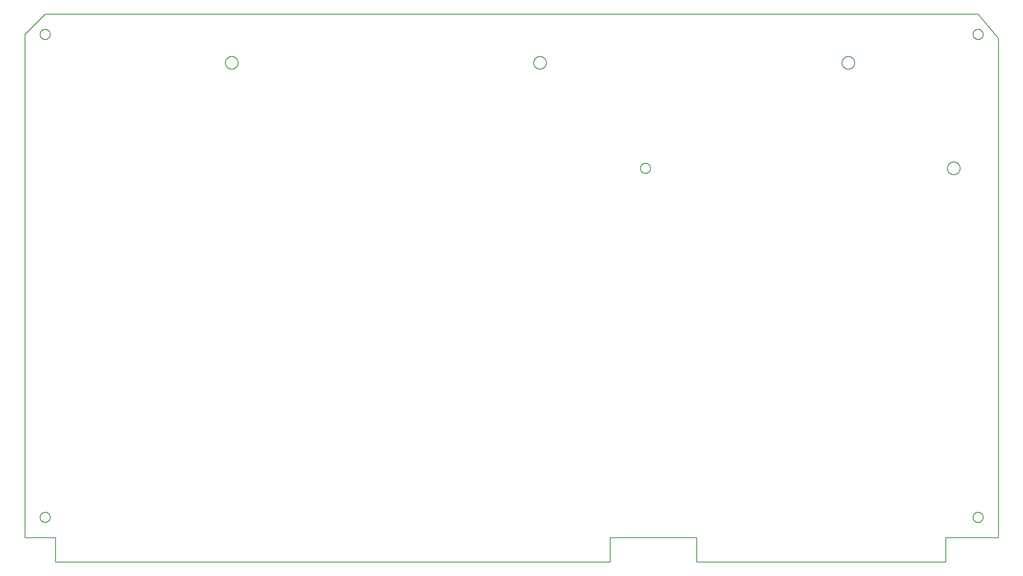
<source format=gko>
G04 EAGLE Gerber RS-274X export*
G75*
%MOMM*%
%FSLAX34Y34*%
%LPD*%
%INBoard Outline*%
%IPPOS*%
%AMOC8*
5,1,8,0,0,1.08239X$1,22.5*%
G01*
%ADD10C,0.000000*%
%ADD11C,0.254000*%


D10*
X32766Y-139700D02*
X1768856Y-139700D01*
X1768856Y-63500D01*
X2039620Y-63500D01*
X2039620Y-139700D01*
X2819400Y-139700D01*
X2819400Y-63500D01*
X2984500Y-63500D01*
X2984500Y1498600D01*
X2921000Y1574800D01*
X0Y1574800D01*
X-63500Y1511300D01*
X-63500Y-63500D01*
X32766Y-63500D01*
X32766Y-139700D01*
X-15875Y0D02*
X-15870Y390D01*
X-15856Y779D01*
X-15832Y1168D01*
X-15799Y1556D01*
X-15756Y1943D01*
X-15703Y2329D01*
X-15641Y2714D01*
X-15570Y3097D01*
X-15489Y3478D01*
X-15399Y3857D01*
X-15300Y4234D01*
X-15191Y4608D01*
X-15074Y4980D01*
X-14947Y5348D01*
X-14811Y5713D01*
X-14667Y6075D01*
X-14513Y6433D01*
X-14351Y6787D01*
X-14180Y7138D01*
X-14001Y7483D01*
X-13813Y7825D01*
X-13616Y8161D01*
X-13412Y8493D01*
X-13200Y8820D01*
X-12979Y9141D01*
X-12751Y9457D01*
X-12515Y9767D01*
X-12272Y10071D01*
X-12021Y10369D01*
X-11763Y10661D01*
X-11497Y10946D01*
X-11225Y11225D01*
X-10946Y11497D01*
X-10661Y11763D01*
X-10369Y12021D01*
X-10071Y12272D01*
X-9767Y12515D01*
X-9457Y12751D01*
X-9141Y12979D01*
X-8820Y13200D01*
X-8493Y13412D01*
X-8161Y13616D01*
X-7825Y13813D01*
X-7483Y14001D01*
X-7138Y14180D01*
X-6787Y14351D01*
X-6433Y14513D01*
X-6075Y14667D01*
X-5713Y14811D01*
X-5348Y14947D01*
X-4980Y15074D01*
X-4608Y15191D01*
X-4234Y15300D01*
X-3857Y15399D01*
X-3478Y15489D01*
X-3097Y15570D01*
X-2714Y15641D01*
X-2329Y15703D01*
X-1943Y15756D01*
X-1556Y15799D01*
X-1168Y15832D01*
X-779Y15856D01*
X-390Y15870D01*
X0Y15875D01*
X390Y15870D01*
X779Y15856D01*
X1168Y15832D01*
X1556Y15799D01*
X1943Y15756D01*
X2329Y15703D01*
X2714Y15641D01*
X3097Y15570D01*
X3478Y15489D01*
X3857Y15399D01*
X4234Y15300D01*
X4608Y15191D01*
X4980Y15074D01*
X5348Y14947D01*
X5713Y14811D01*
X6075Y14667D01*
X6433Y14513D01*
X6787Y14351D01*
X7138Y14180D01*
X7483Y14001D01*
X7825Y13813D01*
X8161Y13616D01*
X8493Y13412D01*
X8820Y13200D01*
X9141Y12979D01*
X9457Y12751D01*
X9767Y12515D01*
X10071Y12272D01*
X10369Y12021D01*
X10661Y11763D01*
X10946Y11497D01*
X11225Y11225D01*
X11497Y10946D01*
X11763Y10661D01*
X12021Y10369D01*
X12272Y10071D01*
X12515Y9767D01*
X12751Y9457D01*
X12979Y9141D01*
X13200Y8820D01*
X13412Y8493D01*
X13616Y8161D01*
X13813Y7825D01*
X14001Y7483D01*
X14180Y7138D01*
X14351Y6787D01*
X14513Y6433D01*
X14667Y6075D01*
X14811Y5713D01*
X14947Y5348D01*
X15074Y4980D01*
X15191Y4608D01*
X15300Y4234D01*
X15399Y3857D01*
X15489Y3478D01*
X15570Y3097D01*
X15641Y2714D01*
X15703Y2329D01*
X15756Y1943D01*
X15799Y1556D01*
X15832Y1168D01*
X15856Y779D01*
X15870Y390D01*
X15875Y0D01*
X15870Y-390D01*
X15856Y-779D01*
X15832Y-1168D01*
X15799Y-1556D01*
X15756Y-1943D01*
X15703Y-2329D01*
X15641Y-2714D01*
X15570Y-3097D01*
X15489Y-3478D01*
X15399Y-3857D01*
X15300Y-4234D01*
X15191Y-4608D01*
X15074Y-4980D01*
X14947Y-5348D01*
X14811Y-5713D01*
X14667Y-6075D01*
X14513Y-6433D01*
X14351Y-6787D01*
X14180Y-7138D01*
X14001Y-7483D01*
X13813Y-7825D01*
X13616Y-8161D01*
X13412Y-8493D01*
X13200Y-8820D01*
X12979Y-9141D01*
X12751Y-9457D01*
X12515Y-9767D01*
X12272Y-10071D01*
X12021Y-10369D01*
X11763Y-10661D01*
X11497Y-10946D01*
X11225Y-11225D01*
X10946Y-11497D01*
X10661Y-11763D01*
X10369Y-12021D01*
X10071Y-12272D01*
X9767Y-12515D01*
X9457Y-12751D01*
X9141Y-12979D01*
X8820Y-13200D01*
X8493Y-13412D01*
X8161Y-13616D01*
X7825Y-13813D01*
X7483Y-14001D01*
X7138Y-14180D01*
X6787Y-14351D01*
X6433Y-14513D01*
X6075Y-14667D01*
X5713Y-14811D01*
X5348Y-14947D01*
X4980Y-15074D01*
X4608Y-15191D01*
X4234Y-15300D01*
X3857Y-15399D01*
X3478Y-15489D01*
X3097Y-15570D01*
X2714Y-15641D01*
X2329Y-15703D01*
X1943Y-15756D01*
X1556Y-15799D01*
X1168Y-15832D01*
X779Y-15856D01*
X390Y-15870D01*
X0Y-15875D01*
X-390Y-15870D01*
X-779Y-15856D01*
X-1168Y-15832D01*
X-1556Y-15799D01*
X-1943Y-15756D01*
X-2329Y-15703D01*
X-2714Y-15641D01*
X-3097Y-15570D01*
X-3478Y-15489D01*
X-3857Y-15399D01*
X-4234Y-15300D01*
X-4608Y-15191D01*
X-4980Y-15074D01*
X-5348Y-14947D01*
X-5713Y-14811D01*
X-6075Y-14667D01*
X-6433Y-14513D01*
X-6787Y-14351D01*
X-7138Y-14180D01*
X-7483Y-14001D01*
X-7825Y-13813D01*
X-8161Y-13616D01*
X-8493Y-13412D01*
X-8820Y-13200D01*
X-9141Y-12979D01*
X-9457Y-12751D01*
X-9767Y-12515D01*
X-10071Y-12272D01*
X-10369Y-12021D01*
X-10661Y-11763D01*
X-10946Y-11497D01*
X-11225Y-11225D01*
X-11497Y-10946D01*
X-11763Y-10661D01*
X-12021Y-10369D01*
X-12272Y-10071D01*
X-12515Y-9767D01*
X-12751Y-9457D01*
X-12979Y-9141D01*
X-13200Y-8820D01*
X-13412Y-8493D01*
X-13616Y-8161D01*
X-13813Y-7825D01*
X-14001Y-7483D01*
X-14180Y-7138D01*
X-14351Y-6787D01*
X-14513Y-6433D01*
X-14667Y-6075D01*
X-14811Y-5713D01*
X-14947Y-5348D01*
X-15074Y-4980D01*
X-15191Y-4608D01*
X-15300Y-4234D01*
X-15399Y-3857D01*
X-15489Y-3478D01*
X-15570Y-3097D01*
X-15641Y-2714D01*
X-15703Y-2329D01*
X-15756Y-1943D01*
X-15799Y-1556D01*
X-15832Y-1168D01*
X-15856Y-779D01*
X-15870Y-390D01*
X-15875Y0D01*
X2905125Y0D02*
X2905130Y390D01*
X2905144Y779D01*
X2905168Y1168D01*
X2905201Y1556D01*
X2905244Y1943D01*
X2905297Y2329D01*
X2905359Y2714D01*
X2905430Y3097D01*
X2905511Y3478D01*
X2905601Y3857D01*
X2905700Y4234D01*
X2905809Y4608D01*
X2905926Y4980D01*
X2906053Y5348D01*
X2906189Y5713D01*
X2906333Y6075D01*
X2906487Y6433D01*
X2906649Y6787D01*
X2906820Y7138D01*
X2906999Y7483D01*
X2907187Y7825D01*
X2907384Y8161D01*
X2907588Y8493D01*
X2907800Y8820D01*
X2908021Y9141D01*
X2908249Y9457D01*
X2908485Y9767D01*
X2908728Y10071D01*
X2908979Y10369D01*
X2909237Y10661D01*
X2909503Y10946D01*
X2909775Y11225D01*
X2910054Y11497D01*
X2910339Y11763D01*
X2910631Y12021D01*
X2910929Y12272D01*
X2911233Y12515D01*
X2911543Y12751D01*
X2911859Y12979D01*
X2912180Y13200D01*
X2912507Y13412D01*
X2912839Y13616D01*
X2913175Y13813D01*
X2913517Y14001D01*
X2913862Y14180D01*
X2914213Y14351D01*
X2914567Y14513D01*
X2914925Y14667D01*
X2915287Y14811D01*
X2915652Y14947D01*
X2916020Y15074D01*
X2916392Y15191D01*
X2916766Y15300D01*
X2917143Y15399D01*
X2917522Y15489D01*
X2917903Y15570D01*
X2918286Y15641D01*
X2918671Y15703D01*
X2919057Y15756D01*
X2919444Y15799D01*
X2919832Y15832D01*
X2920221Y15856D01*
X2920610Y15870D01*
X2921000Y15875D01*
X2921390Y15870D01*
X2921779Y15856D01*
X2922168Y15832D01*
X2922556Y15799D01*
X2922943Y15756D01*
X2923329Y15703D01*
X2923714Y15641D01*
X2924097Y15570D01*
X2924478Y15489D01*
X2924857Y15399D01*
X2925234Y15300D01*
X2925608Y15191D01*
X2925980Y15074D01*
X2926348Y14947D01*
X2926713Y14811D01*
X2927075Y14667D01*
X2927433Y14513D01*
X2927787Y14351D01*
X2928138Y14180D01*
X2928483Y14001D01*
X2928825Y13813D01*
X2929161Y13616D01*
X2929493Y13412D01*
X2929820Y13200D01*
X2930141Y12979D01*
X2930457Y12751D01*
X2930767Y12515D01*
X2931071Y12272D01*
X2931369Y12021D01*
X2931661Y11763D01*
X2931946Y11497D01*
X2932225Y11225D01*
X2932497Y10946D01*
X2932763Y10661D01*
X2933021Y10369D01*
X2933272Y10071D01*
X2933515Y9767D01*
X2933751Y9457D01*
X2933979Y9141D01*
X2934200Y8820D01*
X2934412Y8493D01*
X2934616Y8161D01*
X2934813Y7825D01*
X2935001Y7483D01*
X2935180Y7138D01*
X2935351Y6787D01*
X2935513Y6433D01*
X2935667Y6075D01*
X2935811Y5713D01*
X2935947Y5348D01*
X2936074Y4980D01*
X2936191Y4608D01*
X2936300Y4234D01*
X2936399Y3857D01*
X2936489Y3478D01*
X2936570Y3097D01*
X2936641Y2714D01*
X2936703Y2329D01*
X2936756Y1943D01*
X2936799Y1556D01*
X2936832Y1168D01*
X2936856Y779D01*
X2936870Y390D01*
X2936875Y0D01*
X2936870Y-390D01*
X2936856Y-779D01*
X2936832Y-1168D01*
X2936799Y-1556D01*
X2936756Y-1943D01*
X2936703Y-2329D01*
X2936641Y-2714D01*
X2936570Y-3097D01*
X2936489Y-3478D01*
X2936399Y-3857D01*
X2936300Y-4234D01*
X2936191Y-4608D01*
X2936074Y-4980D01*
X2935947Y-5348D01*
X2935811Y-5713D01*
X2935667Y-6075D01*
X2935513Y-6433D01*
X2935351Y-6787D01*
X2935180Y-7138D01*
X2935001Y-7483D01*
X2934813Y-7825D01*
X2934616Y-8161D01*
X2934412Y-8493D01*
X2934200Y-8820D01*
X2933979Y-9141D01*
X2933751Y-9457D01*
X2933515Y-9767D01*
X2933272Y-10071D01*
X2933021Y-10369D01*
X2932763Y-10661D01*
X2932497Y-10946D01*
X2932225Y-11225D01*
X2931946Y-11497D01*
X2931661Y-11763D01*
X2931369Y-12021D01*
X2931071Y-12272D01*
X2930767Y-12515D01*
X2930457Y-12751D01*
X2930141Y-12979D01*
X2929820Y-13200D01*
X2929493Y-13412D01*
X2929161Y-13616D01*
X2928825Y-13813D01*
X2928483Y-14001D01*
X2928138Y-14180D01*
X2927787Y-14351D01*
X2927433Y-14513D01*
X2927075Y-14667D01*
X2926713Y-14811D01*
X2926348Y-14947D01*
X2925980Y-15074D01*
X2925608Y-15191D01*
X2925234Y-15300D01*
X2924857Y-15399D01*
X2924478Y-15489D01*
X2924097Y-15570D01*
X2923714Y-15641D01*
X2923329Y-15703D01*
X2922943Y-15756D01*
X2922556Y-15799D01*
X2922168Y-15832D01*
X2921779Y-15856D01*
X2921390Y-15870D01*
X2921000Y-15875D01*
X2920610Y-15870D01*
X2920221Y-15856D01*
X2919832Y-15832D01*
X2919444Y-15799D01*
X2919057Y-15756D01*
X2918671Y-15703D01*
X2918286Y-15641D01*
X2917903Y-15570D01*
X2917522Y-15489D01*
X2917143Y-15399D01*
X2916766Y-15300D01*
X2916392Y-15191D01*
X2916020Y-15074D01*
X2915652Y-14947D01*
X2915287Y-14811D01*
X2914925Y-14667D01*
X2914567Y-14513D01*
X2914213Y-14351D01*
X2913862Y-14180D01*
X2913517Y-14001D01*
X2913175Y-13813D01*
X2912839Y-13616D01*
X2912507Y-13412D01*
X2912180Y-13200D01*
X2911859Y-12979D01*
X2911543Y-12751D01*
X2911233Y-12515D01*
X2910929Y-12272D01*
X2910631Y-12021D01*
X2910339Y-11763D01*
X2910054Y-11497D01*
X2909775Y-11225D01*
X2909503Y-10946D01*
X2909237Y-10661D01*
X2908979Y-10369D01*
X2908728Y-10071D01*
X2908485Y-9767D01*
X2908249Y-9457D01*
X2908021Y-9141D01*
X2907800Y-8820D01*
X2907588Y-8493D01*
X2907384Y-8161D01*
X2907187Y-7825D01*
X2906999Y-7483D01*
X2906820Y-7138D01*
X2906649Y-6787D01*
X2906487Y-6433D01*
X2906333Y-6075D01*
X2906189Y-5713D01*
X2906053Y-5348D01*
X2905926Y-4980D01*
X2905809Y-4608D01*
X2905700Y-4234D01*
X2905601Y-3857D01*
X2905511Y-3478D01*
X2905430Y-3097D01*
X2905359Y-2714D01*
X2905297Y-2329D01*
X2905244Y-1943D01*
X2905201Y-1556D01*
X2905168Y-1168D01*
X2905144Y-779D01*
X2905130Y-390D01*
X2905125Y0D01*
X-15875Y1511300D02*
X-15870Y1511690D01*
X-15856Y1512079D01*
X-15832Y1512468D01*
X-15799Y1512856D01*
X-15756Y1513243D01*
X-15703Y1513629D01*
X-15641Y1514014D01*
X-15570Y1514397D01*
X-15489Y1514778D01*
X-15399Y1515157D01*
X-15300Y1515534D01*
X-15191Y1515908D01*
X-15074Y1516280D01*
X-14947Y1516648D01*
X-14811Y1517013D01*
X-14667Y1517375D01*
X-14513Y1517733D01*
X-14351Y1518087D01*
X-14180Y1518438D01*
X-14001Y1518783D01*
X-13813Y1519125D01*
X-13616Y1519461D01*
X-13412Y1519793D01*
X-13200Y1520120D01*
X-12979Y1520441D01*
X-12751Y1520757D01*
X-12515Y1521067D01*
X-12272Y1521371D01*
X-12021Y1521669D01*
X-11763Y1521961D01*
X-11497Y1522246D01*
X-11225Y1522525D01*
X-10946Y1522797D01*
X-10661Y1523063D01*
X-10369Y1523321D01*
X-10071Y1523572D01*
X-9767Y1523815D01*
X-9457Y1524051D01*
X-9141Y1524279D01*
X-8820Y1524500D01*
X-8493Y1524712D01*
X-8161Y1524916D01*
X-7825Y1525113D01*
X-7483Y1525301D01*
X-7138Y1525480D01*
X-6787Y1525651D01*
X-6433Y1525813D01*
X-6075Y1525967D01*
X-5713Y1526111D01*
X-5348Y1526247D01*
X-4980Y1526374D01*
X-4608Y1526491D01*
X-4234Y1526600D01*
X-3857Y1526699D01*
X-3478Y1526789D01*
X-3097Y1526870D01*
X-2714Y1526941D01*
X-2329Y1527003D01*
X-1943Y1527056D01*
X-1556Y1527099D01*
X-1168Y1527132D01*
X-779Y1527156D01*
X-390Y1527170D01*
X0Y1527175D01*
X390Y1527170D01*
X779Y1527156D01*
X1168Y1527132D01*
X1556Y1527099D01*
X1943Y1527056D01*
X2329Y1527003D01*
X2714Y1526941D01*
X3097Y1526870D01*
X3478Y1526789D01*
X3857Y1526699D01*
X4234Y1526600D01*
X4608Y1526491D01*
X4980Y1526374D01*
X5348Y1526247D01*
X5713Y1526111D01*
X6075Y1525967D01*
X6433Y1525813D01*
X6787Y1525651D01*
X7138Y1525480D01*
X7483Y1525301D01*
X7825Y1525113D01*
X8161Y1524916D01*
X8493Y1524712D01*
X8820Y1524500D01*
X9141Y1524279D01*
X9457Y1524051D01*
X9767Y1523815D01*
X10071Y1523572D01*
X10369Y1523321D01*
X10661Y1523063D01*
X10946Y1522797D01*
X11225Y1522525D01*
X11497Y1522246D01*
X11763Y1521961D01*
X12021Y1521669D01*
X12272Y1521371D01*
X12515Y1521067D01*
X12751Y1520757D01*
X12979Y1520441D01*
X13200Y1520120D01*
X13412Y1519793D01*
X13616Y1519461D01*
X13813Y1519125D01*
X14001Y1518783D01*
X14180Y1518438D01*
X14351Y1518087D01*
X14513Y1517733D01*
X14667Y1517375D01*
X14811Y1517013D01*
X14947Y1516648D01*
X15074Y1516280D01*
X15191Y1515908D01*
X15300Y1515534D01*
X15399Y1515157D01*
X15489Y1514778D01*
X15570Y1514397D01*
X15641Y1514014D01*
X15703Y1513629D01*
X15756Y1513243D01*
X15799Y1512856D01*
X15832Y1512468D01*
X15856Y1512079D01*
X15870Y1511690D01*
X15875Y1511300D01*
X15870Y1510910D01*
X15856Y1510521D01*
X15832Y1510132D01*
X15799Y1509744D01*
X15756Y1509357D01*
X15703Y1508971D01*
X15641Y1508586D01*
X15570Y1508203D01*
X15489Y1507822D01*
X15399Y1507443D01*
X15300Y1507066D01*
X15191Y1506692D01*
X15074Y1506320D01*
X14947Y1505952D01*
X14811Y1505587D01*
X14667Y1505225D01*
X14513Y1504867D01*
X14351Y1504513D01*
X14180Y1504162D01*
X14001Y1503817D01*
X13813Y1503475D01*
X13616Y1503139D01*
X13412Y1502807D01*
X13200Y1502480D01*
X12979Y1502159D01*
X12751Y1501843D01*
X12515Y1501533D01*
X12272Y1501229D01*
X12021Y1500931D01*
X11763Y1500639D01*
X11497Y1500354D01*
X11225Y1500075D01*
X10946Y1499803D01*
X10661Y1499537D01*
X10369Y1499279D01*
X10071Y1499028D01*
X9767Y1498785D01*
X9457Y1498549D01*
X9141Y1498321D01*
X8820Y1498100D01*
X8493Y1497888D01*
X8161Y1497684D01*
X7825Y1497487D01*
X7483Y1497299D01*
X7138Y1497120D01*
X6787Y1496949D01*
X6433Y1496787D01*
X6075Y1496633D01*
X5713Y1496489D01*
X5348Y1496353D01*
X4980Y1496226D01*
X4608Y1496109D01*
X4234Y1496000D01*
X3857Y1495901D01*
X3478Y1495811D01*
X3097Y1495730D01*
X2714Y1495659D01*
X2329Y1495597D01*
X1943Y1495544D01*
X1556Y1495501D01*
X1168Y1495468D01*
X779Y1495444D01*
X390Y1495430D01*
X0Y1495425D01*
X-390Y1495430D01*
X-779Y1495444D01*
X-1168Y1495468D01*
X-1556Y1495501D01*
X-1943Y1495544D01*
X-2329Y1495597D01*
X-2714Y1495659D01*
X-3097Y1495730D01*
X-3478Y1495811D01*
X-3857Y1495901D01*
X-4234Y1496000D01*
X-4608Y1496109D01*
X-4980Y1496226D01*
X-5348Y1496353D01*
X-5713Y1496489D01*
X-6075Y1496633D01*
X-6433Y1496787D01*
X-6787Y1496949D01*
X-7138Y1497120D01*
X-7483Y1497299D01*
X-7825Y1497487D01*
X-8161Y1497684D01*
X-8493Y1497888D01*
X-8820Y1498100D01*
X-9141Y1498321D01*
X-9457Y1498549D01*
X-9767Y1498785D01*
X-10071Y1499028D01*
X-10369Y1499279D01*
X-10661Y1499537D01*
X-10946Y1499803D01*
X-11225Y1500075D01*
X-11497Y1500354D01*
X-11763Y1500639D01*
X-12021Y1500931D01*
X-12272Y1501229D01*
X-12515Y1501533D01*
X-12751Y1501843D01*
X-12979Y1502159D01*
X-13200Y1502480D01*
X-13412Y1502807D01*
X-13616Y1503139D01*
X-13813Y1503475D01*
X-14001Y1503817D01*
X-14180Y1504162D01*
X-14351Y1504513D01*
X-14513Y1504867D01*
X-14667Y1505225D01*
X-14811Y1505587D01*
X-14947Y1505952D01*
X-15074Y1506320D01*
X-15191Y1506692D01*
X-15300Y1507066D01*
X-15399Y1507443D01*
X-15489Y1507822D01*
X-15570Y1508203D01*
X-15641Y1508586D01*
X-15703Y1508971D01*
X-15756Y1509357D01*
X-15799Y1509744D01*
X-15832Y1510132D01*
X-15856Y1510521D01*
X-15870Y1510910D01*
X-15875Y1511300D01*
X2905125Y1511300D02*
X2905130Y1511690D01*
X2905144Y1512079D01*
X2905168Y1512468D01*
X2905201Y1512856D01*
X2905244Y1513243D01*
X2905297Y1513629D01*
X2905359Y1514014D01*
X2905430Y1514397D01*
X2905511Y1514778D01*
X2905601Y1515157D01*
X2905700Y1515534D01*
X2905809Y1515908D01*
X2905926Y1516280D01*
X2906053Y1516648D01*
X2906189Y1517013D01*
X2906333Y1517375D01*
X2906487Y1517733D01*
X2906649Y1518087D01*
X2906820Y1518438D01*
X2906999Y1518783D01*
X2907187Y1519125D01*
X2907384Y1519461D01*
X2907588Y1519793D01*
X2907800Y1520120D01*
X2908021Y1520441D01*
X2908249Y1520757D01*
X2908485Y1521067D01*
X2908728Y1521371D01*
X2908979Y1521669D01*
X2909237Y1521961D01*
X2909503Y1522246D01*
X2909775Y1522525D01*
X2910054Y1522797D01*
X2910339Y1523063D01*
X2910631Y1523321D01*
X2910929Y1523572D01*
X2911233Y1523815D01*
X2911543Y1524051D01*
X2911859Y1524279D01*
X2912180Y1524500D01*
X2912507Y1524712D01*
X2912839Y1524916D01*
X2913175Y1525113D01*
X2913517Y1525301D01*
X2913862Y1525480D01*
X2914213Y1525651D01*
X2914567Y1525813D01*
X2914925Y1525967D01*
X2915287Y1526111D01*
X2915652Y1526247D01*
X2916020Y1526374D01*
X2916392Y1526491D01*
X2916766Y1526600D01*
X2917143Y1526699D01*
X2917522Y1526789D01*
X2917903Y1526870D01*
X2918286Y1526941D01*
X2918671Y1527003D01*
X2919057Y1527056D01*
X2919444Y1527099D01*
X2919832Y1527132D01*
X2920221Y1527156D01*
X2920610Y1527170D01*
X2921000Y1527175D01*
X2921390Y1527170D01*
X2921779Y1527156D01*
X2922168Y1527132D01*
X2922556Y1527099D01*
X2922943Y1527056D01*
X2923329Y1527003D01*
X2923714Y1526941D01*
X2924097Y1526870D01*
X2924478Y1526789D01*
X2924857Y1526699D01*
X2925234Y1526600D01*
X2925608Y1526491D01*
X2925980Y1526374D01*
X2926348Y1526247D01*
X2926713Y1526111D01*
X2927075Y1525967D01*
X2927433Y1525813D01*
X2927787Y1525651D01*
X2928138Y1525480D01*
X2928483Y1525301D01*
X2928825Y1525113D01*
X2929161Y1524916D01*
X2929493Y1524712D01*
X2929820Y1524500D01*
X2930141Y1524279D01*
X2930457Y1524051D01*
X2930767Y1523815D01*
X2931071Y1523572D01*
X2931369Y1523321D01*
X2931661Y1523063D01*
X2931946Y1522797D01*
X2932225Y1522525D01*
X2932497Y1522246D01*
X2932763Y1521961D01*
X2933021Y1521669D01*
X2933272Y1521371D01*
X2933515Y1521067D01*
X2933751Y1520757D01*
X2933979Y1520441D01*
X2934200Y1520120D01*
X2934412Y1519793D01*
X2934616Y1519461D01*
X2934813Y1519125D01*
X2935001Y1518783D01*
X2935180Y1518438D01*
X2935351Y1518087D01*
X2935513Y1517733D01*
X2935667Y1517375D01*
X2935811Y1517013D01*
X2935947Y1516648D01*
X2936074Y1516280D01*
X2936191Y1515908D01*
X2936300Y1515534D01*
X2936399Y1515157D01*
X2936489Y1514778D01*
X2936570Y1514397D01*
X2936641Y1514014D01*
X2936703Y1513629D01*
X2936756Y1513243D01*
X2936799Y1512856D01*
X2936832Y1512468D01*
X2936856Y1512079D01*
X2936870Y1511690D01*
X2936875Y1511300D01*
X2936870Y1510910D01*
X2936856Y1510521D01*
X2936832Y1510132D01*
X2936799Y1509744D01*
X2936756Y1509357D01*
X2936703Y1508971D01*
X2936641Y1508586D01*
X2936570Y1508203D01*
X2936489Y1507822D01*
X2936399Y1507443D01*
X2936300Y1507066D01*
X2936191Y1506692D01*
X2936074Y1506320D01*
X2935947Y1505952D01*
X2935811Y1505587D01*
X2935667Y1505225D01*
X2935513Y1504867D01*
X2935351Y1504513D01*
X2935180Y1504162D01*
X2935001Y1503817D01*
X2934813Y1503475D01*
X2934616Y1503139D01*
X2934412Y1502807D01*
X2934200Y1502480D01*
X2933979Y1502159D01*
X2933751Y1501843D01*
X2933515Y1501533D01*
X2933272Y1501229D01*
X2933021Y1500931D01*
X2932763Y1500639D01*
X2932497Y1500354D01*
X2932225Y1500075D01*
X2931946Y1499803D01*
X2931661Y1499537D01*
X2931369Y1499279D01*
X2931071Y1499028D01*
X2930767Y1498785D01*
X2930457Y1498549D01*
X2930141Y1498321D01*
X2929820Y1498100D01*
X2929493Y1497888D01*
X2929161Y1497684D01*
X2928825Y1497487D01*
X2928483Y1497299D01*
X2928138Y1497120D01*
X2927787Y1496949D01*
X2927433Y1496787D01*
X2927075Y1496633D01*
X2926713Y1496489D01*
X2926348Y1496353D01*
X2925980Y1496226D01*
X2925608Y1496109D01*
X2925234Y1496000D01*
X2924857Y1495901D01*
X2924478Y1495811D01*
X2924097Y1495730D01*
X2923714Y1495659D01*
X2923329Y1495597D01*
X2922943Y1495544D01*
X2922556Y1495501D01*
X2922168Y1495468D01*
X2921779Y1495444D01*
X2921390Y1495430D01*
X2921000Y1495425D01*
X2920610Y1495430D01*
X2920221Y1495444D01*
X2919832Y1495468D01*
X2919444Y1495501D01*
X2919057Y1495544D01*
X2918671Y1495597D01*
X2918286Y1495659D01*
X2917903Y1495730D01*
X2917522Y1495811D01*
X2917143Y1495901D01*
X2916766Y1496000D01*
X2916392Y1496109D01*
X2916020Y1496226D01*
X2915652Y1496353D01*
X2915287Y1496489D01*
X2914925Y1496633D01*
X2914567Y1496787D01*
X2914213Y1496949D01*
X2913862Y1497120D01*
X2913517Y1497299D01*
X2913175Y1497487D01*
X2912839Y1497684D01*
X2912507Y1497888D01*
X2912180Y1498100D01*
X2911859Y1498321D01*
X2911543Y1498549D01*
X2911233Y1498785D01*
X2910929Y1499028D01*
X2910631Y1499279D01*
X2910339Y1499537D01*
X2910054Y1499803D01*
X2909775Y1500075D01*
X2909503Y1500354D01*
X2909237Y1500639D01*
X2908979Y1500931D01*
X2908728Y1501229D01*
X2908485Y1501533D01*
X2908249Y1501843D01*
X2908021Y1502159D01*
X2907800Y1502480D01*
X2907588Y1502807D01*
X2907384Y1503139D01*
X2907187Y1503475D01*
X2906999Y1503817D01*
X2906820Y1504162D01*
X2906649Y1504513D01*
X2906487Y1504867D01*
X2906333Y1505225D01*
X2906189Y1505587D01*
X2906053Y1505952D01*
X2905926Y1506320D01*
X2905809Y1506692D01*
X2905700Y1507066D01*
X2905601Y1507443D01*
X2905511Y1507822D01*
X2905430Y1508203D01*
X2905359Y1508586D01*
X2905297Y1508971D01*
X2905244Y1509357D01*
X2905201Y1509744D01*
X2905168Y1510132D01*
X2905144Y1510521D01*
X2905130Y1510910D01*
X2905125Y1511300D01*
X1863725Y1092200D02*
X1863730Y1092590D01*
X1863744Y1092979D01*
X1863768Y1093368D01*
X1863801Y1093756D01*
X1863844Y1094143D01*
X1863897Y1094529D01*
X1863959Y1094914D01*
X1864030Y1095297D01*
X1864111Y1095678D01*
X1864201Y1096057D01*
X1864300Y1096434D01*
X1864409Y1096808D01*
X1864526Y1097180D01*
X1864653Y1097548D01*
X1864789Y1097913D01*
X1864933Y1098275D01*
X1865087Y1098633D01*
X1865249Y1098987D01*
X1865420Y1099338D01*
X1865599Y1099683D01*
X1865787Y1100025D01*
X1865984Y1100361D01*
X1866188Y1100693D01*
X1866400Y1101020D01*
X1866621Y1101341D01*
X1866849Y1101657D01*
X1867085Y1101967D01*
X1867328Y1102271D01*
X1867579Y1102569D01*
X1867837Y1102861D01*
X1868103Y1103146D01*
X1868375Y1103425D01*
X1868654Y1103697D01*
X1868939Y1103963D01*
X1869231Y1104221D01*
X1869529Y1104472D01*
X1869833Y1104715D01*
X1870143Y1104951D01*
X1870459Y1105179D01*
X1870780Y1105400D01*
X1871107Y1105612D01*
X1871439Y1105816D01*
X1871775Y1106013D01*
X1872117Y1106201D01*
X1872462Y1106380D01*
X1872813Y1106551D01*
X1873167Y1106713D01*
X1873525Y1106867D01*
X1873887Y1107011D01*
X1874252Y1107147D01*
X1874620Y1107274D01*
X1874992Y1107391D01*
X1875366Y1107500D01*
X1875743Y1107599D01*
X1876122Y1107689D01*
X1876503Y1107770D01*
X1876886Y1107841D01*
X1877271Y1107903D01*
X1877657Y1107956D01*
X1878044Y1107999D01*
X1878432Y1108032D01*
X1878821Y1108056D01*
X1879210Y1108070D01*
X1879600Y1108075D01*
X1879990Y1108070D01*
X1880379Y1108056D01*
X1880768Y1108032D01*
X1881156Y1107999D01*
X1881543Y1107956D01*
X1881929Y1107903D01*
X1882314Y1107841D01*
X1882697Y1107770D01*
X1883078Y1107689D01*
X1883457Y1107599D01*
X1883834Y1107500D01*
X1884208Y1107391D01*
X1884580Y1107274D01*
X1884948Y1107147D01*
X1885313Y1107011D01*
X1885675Y1106867D01*
X1886033Y1106713D01*
X1886387Y1106551D01*
X1886738Y1106380D01*
X1887083Y1106201D01*
X1887425Y1106013D01*
X1887761Y1105816D01*
X1888093Y1105612D01*
X1888420Y1105400D01*
X1888741Y1105179D01*
X1889057Y1104951D01*
X1889367Y1104715D01*
X1889671Y1104472D01*
X1889969Y1104221D01*
X1890261Y1103963D01*
X1890546Y1103697D01*
X1890825Y1103425D01*
X1891097Y1103146D01*
X1891363Y1102861D01*
X1891621Y1102569D01*
X1891872Y1102271D01*
X1892115Y1101967D01*
X1892351Y1101657D01*
X1892579Y1101341D01*
X1892800Y1101020D01*
X1893012Y1100693D01*
X1893216Y1100361D01*
X1893413Y1100025D01*
X1893601Y1099683D01*
X1893780Y1099338D01*
X1893951Y1098987D01*
X1894113Y1098633D01*
X1894267Y1098275D01*
X1894411Y1097913D01*
X1894547Y1097548D01*
X1894674Y1097180D01*
X1894791Y1096808D01*
X1894900Y1096434D01*
X1894999Y1096057D01*
X1895089Y1095678D01*
X1895170Y1095297D01*
X1895241Y1094914D01*
X1895303Y1094529D01*
X1895356Y1094143D01*
X1895399Y1093756D01*
X1895432Y1093368D01*
X1895456Y1092979D01*
X1895470Y1092590D01*
X1895475Y1092200D01*
X1895470Y1091810D01*
X1895456Y1091421D01*
X1895432Y1091032D01*
X1895399Y1090644D01*
X1895356Y1090257D01*
X1895303Y1089871D01*
X1895241Y1089486D01*
X1895170Y1089103D01*
X1895089Y1088722D01*
X1894999Y1088343D01*
X1894900Y1087966D01*
X1894791Y1087592D01*
X1894674Y1087220D01*
X1894547Y1086852D01*
X1894411Y1086487D01*
X1894267Y1086125D01*
X1894113Y1085767D01*
X1893951Y1085413D01*
X1893780Y1085062D01*
X1893601Y1084717D01*
X1893413Y1084375D01*
X1893216Y1084039D01*
X1893012Y1083707D01*
X1892800Y1083380D01*
X1892579Y1083059D01*
X1892351Y1082743D01*
X1892115Y1082433D01*
X1891872Y1082129D01*
X1891621Y1081831D01*
X1891363Y1081539D01*
X1891097Y1081254D01*
X1890825Y1080975D01*
X1890546Y1080703D01*
X1890261Y1080437D01*
X1889969Y1080179D01*
X1889671Y1079928D01*
X1889367Y1079685D01*
X1889057Y1079449D01*
X1888741Y1079221D01*
X1888420Y1079000D01*
X1888093Y1078788D01*
X1887761Y1078584D01*
X1887425Y1078387D01*
X1887083Y1078199D01*
X1886738Y1078020D01*
X1886387Y1077849D01*
X1886033Y1077687D01*
X1885675Y1077533D01*
X1885313Y1077389D01*
X1884948Y1077253D01*
X1884580Y1077126D01*
X1884208Y1077009D01*
X1883834Y1076900D01*
X1883457Y1076801D01*
X1883078Y1076711D01*
X1882697Y1076630D01*
X1882314Y1076559D01*
X1881929Y1076497D01*
X1881543Y1076444D01*
X1881156Y1076401D01*
X1880768Y1076368D01*
X1880379Y1076344D01*
X1879990Y1076330D01*
X1879600Y1076325D01*
X1879210Y1076330D01*
X1878821Y1076344D01*
X1878432Y1076368D01*
X1878044Y1076401D01*
X1877657Y1076444D01*
X1877271Y1076497D01*
X1876886Y1076559D01*
X1876503Y1076630D01*
X1876122Y1076711D01*
X1875743Y1076801D01*
X1875366Y1076900D01*
X1874992Y1077009D01*
X1874620Y1077126D01*
X1874252Y1077253D01*
X1873887Y1077389D01*
X1873525Y1077533D01*
X1873167Y1077687D01*
X1872813Y1077849D01*
X1872462Y1078020D01*
X1872117Y1078199D01*
X1871775Y1078387D01*
X1871439Y1078584D01*
X1871107Y1078788D01*
X1870780Y1079000D01*
X1870459Y1079221D01*
X1870143Y1079449D01*
X1869833Y1079685D01*
X1869529Y1079928D01*
X1869231Y1080179D01*
X1868939Y1080437D01*
X1868654Y1080703D01*
X1868375Y1080975D01*
X1868103Y1081254D01*
X1867837Y1081539D01*
X1867579Y1081831D01*
X1867328Y1082129D01*
X1867085Y1082433D01*
X1866849Y1082743D01*
X1866621Y1083059D01*
X1866400Y1083380D01*
X1866188Y1083707D01*
X1865984Y1084039D01*
X1865787Y1084375D01*
X1865599Y1084717D01*
X1865420Y1085062D01*
X1865249Y1085413D01*
X1865087Y1085767D01*
X1864933Y1086125D01*
X1864789Y1086487D01*
X1864653Y1086852D01*
X1864526Y1087220D01*
X1864409Y1087592D01*
X1864300Y1087966D01*
X1864201Y1088343D01*
X1864111Y1088722D01*
X1864030Y1089103D01*
X1863959Y1089486D01*
X1863897Y1089871D01*
X1863844Y1090257D01*
X1863801Y1090644D01*
X1863768Y1091032D01*
X1863744Y1091421D01*
X1863730Y1091810D01*
X1863725Y1092200D01*
X2494788Y1422400D02*
X2494794Y1422886D01*
X2494812Y1423372D01*
X2494842Y1423857D01*
X2494883Y1424342D01*
X2494937Y1424825D01*
X2495002Y1425307D01*
X2495080Y1425787D01*
X2495169Y1426265D01*
X2495269Y1426741D01*
X2495382Y1427214D01*
X2495506Y1427684D01*
X2495641Y1428151D01*
X2495788Y1428615D01*
X2495946Y1429074D01*
X2496116Y1429530D01*
X2496296Y1429982D01*
X2496488Y1430429D01*
X2496690Y1430871D01*
X2496903Y1431308D01*
X2497127Y1431739D01*
X2497362Y1432165D01*
X2497607Y1432585D01*
X2497862Y1432999D01*
X2498127Y1433407D01*
X2498402Y1433808D01*
X2498687Y1434202D01*
X2498981Y1434589D01*
X2499285Y1434969D01*
X2499598Y1435341D01*
X2499920Y1435705D01*
X2500251Y1436061D01*
X2500591Y1436409D01*
X2500939Y1436749D01*
X2501295Y1437080D01*
X2501659Y1437402D01*
X2502031Y1437715D01*
X2502411Y1438019D01*
X2502798Y1438313D01*
X2503192Y1438598D01*
X2503593Y1438873D01*
X2504001Y1439138D01*
X2504415Y1439393D01*
X2504835Y1439638D01*
X2505261Y1439873D01*
X2505692Y1440097D01*
X2506129Y1440310D01*
X2506571Y1440512D01*
X2507018Y1440704D01*
X2507470Y1440884D01*
X2507926Y1441054D01*
X2508385Y1441212D01*
X2508849Y1441359D01*
X2509316Y1441494D01*
X2509786Y1441618D01*
X2510259Y1441731D01*
X2510735Y1441831D01*
X2511213Y1441920D01*
X2511693Y1441998D01*
X2512175Y1442063D01*
X2512658Y1442117D01*
X2513143Y1442158D01*
X2513628Y1442188D01*
X2514114Y1442206D01*
X2514600Y1442212D01*
X2515086Y1442206D01*
X2515572Y1442188D01*
X2516057Y1442158D01*
X2516542Y1442117D01*
X2517025Y1442063D01*
X2517507Y1441998D01*
X2517987Y1441920D01*
X2518465Y1441831D01*
X2518941Y1441731D01*
X2519414Y1441618D01*
X2519884Y1441494D01*
X2520351Y1441359D01*
X2520815Y1441212D01*
X2521274Y1441054D01*
X2521730Y1440884D01*
X2522182Y1440704D01*
X2522629Y1440512D01*
X2523071Y1440310D01*
X2523508Y1440097D01*
X2523939Y1439873D01*
X2524365Y1439638D01*
X2524785Y1439393D01*
X2525199Y1439138D01*
X2525607Y1438873D01*
X2526008Y1438598D01*
X2526402Y1438313D01*
X2526789Y1438019D01*
X2527169Y1437715D01*
X2527541Y1437402D01*
X2527905Y1437080D01*
X2528261Y1436749D01*
X2528609Y1436409D01*
X2528949Y1436061D01*
X2529280Y1435705D01*
X2529602Y1435341D01*
X2529915Y1434969D01*
X2530219Y1434589D01*
X2530513Y1434202D01*
X2530798Y1433808D01*
X2531073Y1433407D01*
X2531338Y1432999D01*
X2531593Y1432585D01*
X2531838Y1432165D01*
X2532073Y1431739D01*
X2532297Y1431308D01*
X2532510Y1430871D01*
X2532712Y1430429D01*
X2532904Y1429982D01*
X2533084Y1429530D01*
X2533254Y1429074D01*
X2533412Y1428615D01*
X2533559Y1428151D01*
X2533694Y1427684D01*
X2533818Y1427214D01*
X2533931Y1426741D01*
X2534031Y1426265D01*
X2534120Y1425787D01*
X2534198Y1425307D01*
X2534263Y1424825D01*
X2534317Y1424342D01*
X2534358Y1423857D01*
X2534388Y1423372D01*
X2534406Y1422886D01*
X2534412Y1422400D01*
X2534406Y1421914D01*
X2534388Y1421428D01*
X2534358Y1420943D01*
X2534317Y1420458D01*
X2534263Y1419975D01*
X2534198Y1419493D01*
X2534120Y1419013D01*
X2534031Y1418535D01*
X2533931Y1418059D01*
X2533818Y1417586D01*
X2533694Y1417116D01*
X2533559Y1416649D01*
X2533412Y1416185D01*
X2533254Y1415726D01*
X2533084Y1415270D01*
X2532904Y1414818D01*
X2532712Y1414371D01*
X2532510Y1413929D01*
X2532297Y1413492D01*
X2532073Y1413061D01*
X2531838Y1412635D01*
X2531593Y1412215D01*
X2531338Y1411801D01*
X2531073Y1411393D01*
X2530798Y1410992D01*
X2530513Y1410598D01*
X2530219Y1410211D01*
X2529915Y1409831D01*
X2529602Y1409459D01*
X2529280Y1409095D01*
X2528949Y1408739D01*
X2528609Y1408391D01*
X2528261Y1408051D01*
X2527905Y1407720D01*
X2527541Y1407398D01*
X2527169Y1407085D01*
X2526789Y1406781D01*
X2526402Y1406487D01*
X2526008Y1406202D01*
X2525607Y1405927D01*
X2525199Y1405662D01*
X2524785Y1405407D01*
X2524365Y1405162D01*
X2523939Y1404927D01*
X2523508Y1404703D01*
X2523071Y1404490D01*
X2522629Y1404288D01*
X2522182Y1404096D01*
X2521730Y1403916D01*
X2521274Y1403746D01*
X2520815Y1403588D01*
X2520351Y1403441D01*
X2519884Y1403306D01*
X2519414Y1403182D01*
X2518941Y1403069D01*
X2518465Y1402969D01*
X2517987Y1402880D01*
X2517507Y1402802D01*
X2517025Y1402737D01*
X2516542Y1402683D01*
X2516057Y1402642D01*
X2515572Y1402612D01*
X2515086Y1402594D01*
X2514600Y1402588D01*
X2514114Y1402594D01*
X2513628Y1402612D01*
X2513143Y1402642D01*
X2512658Y1402683D01*
X2512175Y1402737D01*
X2511693Y1402802D01*
X2511213Y1402880D01*
X2510735Y1402969D01*
X2510259Y1403069D01*
X2509786Y1403182D01*
X2509316Y1403306D01*
X2508849Y1403441D01*
X2508385Y1403588D01*
X2507926Y1403746D01*
X2507470Y1403916D01*
X2507018Y1404096D01*
X2506571Y1404288D01*
X2506129Y1404490D01*
X2505692Y1404703D01*
X2505261Y1404927D01*
X2504835Y1405162D01*
X2504415Y1405407D01*
X2504001Y1405662D01*
X2503593Y1405927D01*
X2503192Y1406202D01*
X2502798Y1406487D01*
X2502411Y1406781D01*
X2502031Y1407085D01*
X2501659Y1407398D01*
X2501295Y1407720D01*
X2500939Y1408051D01*
X2500591Y1408391D01*
X2500251Y1408739D01*
X2499920Y1409095D01*
X2499598Y1409459D01*
X2499285Y1409831D01*
X2498981Y1410211D01*
X2498687Y1410598D01*
X2498402Y1410992D01*
X2498127Y1411393D01*
X2497862Y1411801D01*
X2497607Y1412215D01*
X2497362Y1412635D01*
X2497127Y1413061D01*
X2496903Y1413492D01*
X2496690Y1413929D01*
X2496488Y1414371D01*
X2496296Y1414818D01*
X2496116Y1415270D01*
X2495946Y1415726D01*
X2495788Y1416185D01*
X2495641Y1416649D01*
X2495506Y1417116D01*
X2495382Y1417586D01*
X2495269Y1418059D01*
X2495169Y1418535D01*
X2495080Y1419013D01*
X2495002Y1419493D01*
X2494937Y1419975D01*
X2494883Y1420458D01*
X2494842Y1420943D01*
X2494812Y1421428D01*
X2494794Y1421914D01*
X2494788Y1422400D01*
X1529588Y1422400D02*
X1529594Y1422886D01*
X1529612Y1423372D01*
X1529642Y1423857D01*
X1529683Y1424342D01*
X1529737Y1424825D01*
X1529802Y1425307D01*
X1529880Y1425787D01*
X1529969Y1426265D01*
X1530069Y1426741D01*
X1530182Y1427214D01*
X1530306Y1427684D01*
X1530441Y1428151D01*
X1530588Y1428615D01*
X1530746Y1429074D01*
X1530916Y1429530D01*
X1531096Y1429982D01*
X1531288Y1430429D01*
X1531490Y1430871D01*
X1531703Y1431308D01*
X1531927Y1431739D01*
X1532162Y1432165D01*
X1532407Y1432585D01*
X1532662Y1432999D01*
X1532927Y1433407D01*
X1533202Y1433808D01*
X1533487Y1434202D01*
X1533781Y1434589D01*
X1534085Y1434969D01*
X1534398Y1435341D01*
X1534720Y1435705D01*
X1535051Y1436061D01*
X1535391Y1436409D01*
X1535739Y1436749D01*
X1536095Y1437080D01*
X1536459Y1437402D01*
X1536831Y1437715D01*
X1537211Y1438019D01*
X1537598Y1438313D01*
X1537992Y1438598D01*
X1538393Y1438873D01*
X1538801Y1439138D01*
X1539215Y1439393D01*
X1539635Y1439638D01*
X1540061Y1439873D01*
X1540492Y1440097D01*
X1540929Y1440310D01*
X1541371Y1440512D01*
X1541818Y1440704D01*
X1542270Y1440884D01*
X1542726Y1441054D01*
X1543185Y1441212D01*
X1543649Y1441359D01*
X1544116Y1441494D01*
X1544586Y1441618D01*
X1545059Y1441731D01*
X1545535Y1441831D01*
X1546013Y1441920D01*
X1546493Y1441998D01*
X1546975Y1442063D01*
X1547458Y1442117D01*
X1547943Y1442158D01*
X1548428Y1442188D01*
X1548914Y1442206D01*
X1549400Y1442212D01*
X1549886Y1442206D01*
X1550372Y1442188D01*
X1550857Y1442158D01*
X1551342Y1442117D01*
X1551825Y1442063D01*
X1552307Y1441998D01*
X1552787Y1441920D01*
X1553265Y1441831D01*
X1553741Y1441731D01*
X1554214Y1441618D01*
X1554684Y1441494D01*
X1555151Y1441359D01*
X1555615Y1441212D01*
X1556074Y1441054D01*
X1556530Y1440884D01*
X1556982Y1440704D01*
X1557429Y1440512D01*
X1557871Y1440310D01*
X1558308Y1440097D01*
X1558739Y1439873D01*
X1559165Y1439638D01*
X1559585Y1439393D01*
X1559999Y1439138D01*
X1560407Y1438873D01*
X1560808Y1438598D01*
X1561202Y1438313D01*
X1561589Y1438019D01*
X1561969Y1437715D01*
X1562341Y1437402D01*
X1562705Y1437080D01*
X1563061Y1436749D01*
X1563409Y1436409D01*
X1563749Y1436061D01*
X1564080Y1435705D01*
X1564402Y1435341D01*
X1564715Y1434969D01*
X1565019Y1434589D01*
X1565313Y1434202D01*
X1565598Y1433808D01*
X1565873Y1433407D01*
X1566138Y1432999D01*
X1566393Y1432585D01*
X1566638Y1432165D01*
X1566873Y1431739D01*
X1567097Y1431308D01*
X1567310Y1430871D01*
X1567512Y1430429D01*
X1567704Y1429982D01*
X1567884Y1429530D01*
X1568054Y1429074D01*
X1568212Y1428615D01*
X1568359Y1428151D01*
X1568494Y1427684D01*
X1568618Y1427214D01*
X1568731Y1426741D01*
X1568831Y1426265D01*
X1568920Y1425787D01*
X1568998Y1425307D01*
X1569063Y1424825D01*
X1569117Y1424342D01*
X1569158Y1423857D01*
X1569188Y1423372D01*
X1569206Y1422886D01*
X1569212Y1422400D01*
X1569206Y1421914D01*
X1569188Y1421428D01*
X1569158Y1420943D01*
X1569117Y1420458D01*
X1569063Y1419975D01*
X1568998Y1419493D01*
X1568920Y1419013D01*
X1568831Y1418535D01*
X1568731Y1418059D01*
X1568618Y1417586D01*
X1568494Y1417116D01*
X1568359Y1416649D01*
X1568212Y1416185D01*
X1568054Y1415726D01*
X1567884Y1415270D01*
X1567704Y1414818D01*
X1567512Y1414371D01*
X1567310Y1413929D01*
X1567097Y1413492D01*
X1566873Y1413061D01*
X1566638Y1412635D01*
X1566393Y1412215D01*
X1566138Y1411801D01*
X1565873Y1411393D01*
X1565598Y1410992D01*
X1565313Y1410598D01*
X1565019Y1410211D01*
X1564715Y1409831D01*
X1564402Y1409459D01*
X1564080Y1409095D01*
X1563749Y1408739D01*
X1563409Y1408391D01*
X1563061Y1408051D01*
X1562705Y1407720D01*
X1562341Y1407398D01*
X1561969Y1407085D01*
X1561589Y1406781D01*
X1561202Y1406487D01*
X1560808Y1406202D01*
X1560407Y1405927D01*
X1559999Y1405662D01*
X1559585Y1405407D01*
X1559165Y1405162D01*
X1558739Y1404927D01*
X1558308Y1404703D01*
X1557871Y1404490D01*
X1557429Y1404288D01*
X1556982Y1404096D01*
X1556530Y1403916D01*
X1556074Y1403746D01*
X1555615Y1403588D01*
X1555151Y1403441D01*
X1554684Y1403306D01*
X1554214Y1403182D01*
X1553741Y1403069D01*
X1553265Y1402969D01*
X1552787Y1402880D01*
X1552307Y1402802D01*
X1551825Y1402737D01*
X1551342Y1402683D01*
X1550857Y1402642D01*
X1550372Y1402612D01*
X1549886Y1402594D01*
X1549400Y1402588D01*
X1548914Y1402594D01*
X1548428Y1402612D01*
X1547943Y1402642D01*
X1547458Y1402683D01*
X1546975Y1402737D01*
X1546493Y1402802D01*
X1546013Y1402880D01*
X1545535Y1402969D01*
X1545059Y1403069D01*
X1544586Y1403182D01*
X1544116Y1403306D01*
X1543649Y1403441D01*
X1543185Y1403588D01*
X1542726Y1403746D01*
X1542270Y1403916D01*
X1541818Y1404096D01*
X1541371Y1404288D01*
X1540929Y1404490D01*
X1540492Y1404703D01*
X1540061Y1404927D01*
X1539635Y1405162D01*
X1539215Y1405407D01*
X1538801Y1405662D01*
X1538393Y1405927D01*
X1537992Y1406202D01*
X1537598Y1406487D01*
X1537211Y1406781D01*
X1536831Y1407085D01*
X1536459Y1407398D01*
X1536095Y1407720D01*
X1535739Y1408051D01*
X1535391Y1408391D01*
X1535051Y1408739D01*
X1534720Y1409095D01*
X1534398Y1409459D01*
X1534085Y1409831D01*
X1533781Y1410211D01*
X1533487Y1410598D01*
X1533202Y1410992D01*
X1532927Y1411393D01*
X1532662Y1411801D01*
X1532407Y1412215D01*
X1532162Y1412635D01*
X1531927Y1413061D01*
X1531703Y1413492D01*
X1531490Y1413929D01*
X1531288Y1414371D01*
X1531096Y1414818D01*
X1530916Y1415270D01*
X1530746Y1415726D01*
X1530588Y1416185D01*
X1530441Y1416649D01*
X1530306Y1417116D01*
X1530182Y1417586D01*
X1530069Y1418059D01*
X1529969Y1418535D01*
X1529880Y1419013D01*
X1529802Y1419493D01*
X1529737Y1419975D01*
X1529683Y1420458D01*
X1529642Y1420943D01*
X1529612Y1421428D01*
X1529594Y1421914D01*
X1529588Y1422400D01*
X2824988Y1092200D02*
X2824994Y1092686D01*
X2825012Y1093172D01*
X2825042Y1093657D01*
X2825083Y1094142D01*
X2825137Y1094625D01*
X2825202Y1095107D01*
X2825280Y1095587D01*
X2825369Y1096065D01*
X2825469Y1096541D01*
X2825582Y1097014D01*
X2825706Y1097484D01*
X2825841Y1097951D01*
X2825988Y1098415D01*
X2826146Y1098874D01*
X2826316Y1099330D01*
X2826496Y1099782D01*
X2826688Y1100229D01*
X2826890Y1100671D01*
X2827103Y1101108D01*
X2827327Y1101539D01*
X2827562Y1101965D01*
X2827807Y1102385D01*
X2828062Y1102799D01*
X2828327Y1103207D01*
X2828602Y1103608D01*
X2828887Y1104002D01*
X2829181Y1104389D01*
X2829485Y1104769D01*
X2829798Y1105141D01*
X2830120Y1105505D01*
X2830451Y1105861D01*
X2830791Y1106209D01*
X2831139Y1106549D01*
X2831495Y1106880D01*
X2831859Y1107202D01*
X2832231Y1107515D01*
X2832611Y1107819D01*
X2832998Y1108113D01*
X2833392Y1108398D01*
X2833793Y1108673D01*
X2834201Y1108938D01*
X2834615Y1109193D01*
X2835035Y1109438D01*
X2835461Y1109673D01*
X2835892Y1109897D01*
X2836329Y1110110D01*
X2836771Y1110312D01*
X2837218Y1110504D01*
X2837670Y1110684D01*
X2838126Y1110854D01*
X2838585Y1111012D01*
X2839049Y1111159D01*
X2839516Y1111294D01*
X2839986Y1111418D01*
X2840459Y1111531D01*
X2840935Y1111631D01*
X2841413Y1111720D01*
X2841893Y1111798D01*
X2842375Y1111863D01*
X2842858Y1111917D01*
X2843343Y1111958D01*
X2843828Y1111988D01*
X2844314Y1112006D01*
X2844800Y1112012D01*
X2845286Y1112006D01*
X2845772Y1111988D01*
X2846257Y1111958D01*
X2846742Y1111917D01*
X2847225Y1111863D01*
X2847707Y1111798D01*
X2848187Y1111720D01*
X2848665Y1111631D01*
X2849141Y1111531D01*
X2849614Y1111418D01*
X2850084Y1111294D01*
X2850551Y1111159D01*
X2851015Y1111012D01*
X2851474Y1110854D01*
X2851930Y1110684D01*
X2852382Y1110504D01*
X2852829Y1110312D01*
X2853271Y1110110D01*
X2853708Y1109897D01*
X2854139Y1109673D01*
X2854565Y1109438D01*
X2854985Y1109193D01*
X2855399Y1108938D01*
X2855807Y1108673D01*
X2856208Y1108398D01*
X2856602Y1108113D01*
X2856989Y1107819D01*
X2857369Y1107515D01*
X2857741Y1107202D01*
X2858105Y1106880D01*
X2858461Y1106549D01*
X2858809Y1106209D01*
X2859149Y1105861D01*
X2859480Y1105505D01*
X2859802Y1105141D01*
X2860115Y1104769D01*
X2860419Y1104389D01*
X2860713Y1104002D01*
X2860998Y1103608D01*
X2861273Y1103207D01*
X2861538Y1102799D01*
X2861793Y1102385D01*
X2862038Y1101965D01*
X2862273Y1101539D01*
X2862497Y1101108D01*
X2862710Y1100671D01*
X2862912Y1100229D01*
X2863104Y1099782D01*
X2863284Y1099330D01*
X2863454Y1098874D01*
X2863612Y1098415D01*
X2863759Y1097951D01*
X2863894Y1097484D01*
X2864018Y1097014D01*
X2864131Y1096541D01*
X2864231Y1096065D01*
X2864320Y1095587D01*
X2864398Y1095107D01*
X2864463Y1094625D01*
X2864517Y1094142D01*
X2864558Y1093657D01*
X2864588Y1093172D01*
X2864606Y1092686D01*
X2864612Y1092200D01*
X2864606Y1091714D01*
X2864588Y1091228D01*
X2864558Y1090743D01*
X2864517Y1090258D01*
X2864463Y1089775D01*
X2864398Y1089293D01*
X2864320Y1088813D01*
X2864231Y1088335D01*
X2864131Y1087859D01*
X2864018Y1087386D01*
X2863894Y1086916D01*
X2863759Y1086449D01*
X2863612Y1085985D01*
X2863454Y1085526D01*
X2863284Y1085070D01*
X2863104Y1084618D01*
X2862912Y1084171D01*
X2862710Y1083729D01*
X2862497Y1083292D01*
X2862273Y1082861D01*
X2862038Y1082435D01*
X2861793Y1082015D01*
X2861538Y1081601D01*
X2861273Y1081193D01*
X2860998Y1080792D01*
X2860713Y1080398D01*
X2860419Y1080011D01*
X2860115Y1079631D01*
X2859802Y1079259D01*
X2859480Y1078895D01*
X2859149Y1078539D01*
X2858809Y1078191D01*
X2858461Y1077851D01*
X2858105Y1077520D01*
X2857741Y1077198D01*
X2857369Y1076885D01*
X2856989Y1076581D01*
X2856602Y1076287D01*
X2856208Y1076002D01*
X2855807Y1075727D01*
X2855399Y1075462D01*
X2854985Y1075207D01*
X2854565Y1074962D01*
X2854139Y1074727D01*
X2853708Y1074503D01*
X2853271Y1074290D01*
X2852829Y1074088D01*
X2852382Y1073896D01*
X2851930Y1073716D01*
X2851474Y1073546D01*
X2851015Y1073388D01*
X2850551Y1073241D01*
X2850084Y1073106D01*
X2849614Y1072982D01*
X2849141Y1072869D01*
X2848665Y1072769D01*
X2848187Y1072680D01*
X2847707Y1072602D01*
X2847225Y1072537D01*
X2846742Y1072483D01*
X2846257Y1072442D01*
X2845772Y1072412D01*
X2845286Y1072394D01*
X2844800Y1072388D01*
X2844314Y1072394D01*
X2843828Y1072412D01*
X2843343Y1072442D01*
X2842858Y1072483D01*
X2842375Y1072537D01*
X2841893Y1072602D01*
X2841413Y1072680D01*
X2840935Y1072769D01*
X2840459Y1072869D01*
X2839986Y1072982D01*
X2839516Y1073106D01*
X2839049Y1073241D01*
X2838585Y1073388D01*
X2838126Y1073546D01*
X2837670Y1073716D01*
X2837218Y1073896D01*
X2836771Y1074088D01*
X2836329Y1074290D01*
X2835892Y1074503D01*
X2835461Y1074727D01*
X2835035Y1074962D01*
X2834615Y1075207D01*
X2834201Y1075462D01*
X2833793Y1075727D01*
X2833392Y1076002D01*
X2832998Y1076287D01*
X2832611Y1076581D01*
X2832231Y1076885D01*
X2831859Y1077198D01*
X2831495Y1077520D01*
X2831139Y1077851D01*
X2830791Y1078191D01*
X2830451Y1078539D01*
X2830120Y1078895D01*
X2829798Y1079259D01*
X2829485Y1079631D01*
X2829181Y1080011D01*
X2828887Y1080398D01*
X2828602Y1080792D01*
X2828327Y1081193D01*
X2828062Y1081601D01*
X2827807Y1082015D01*
X2827562Y1082435D01*
X2827327Y1082861D01*
X2827103Y1083292D01*
X2826890Y1083729D01*
X2826688Y1084171D01*
X2826496Y1084618D01*
X2826316Y1085070D01*
X2826146Y1085526D01*
X2825988Y1085985D01*
X2825841Y1086449D01*
X2825706Y1086916D01*
X2825582Y1087386D01*
X2825469Y1087859D01*
X2825369Y1088335D01*
X2825280Y1088813D01*
X2825202Y1089293D01*
X2825137Y1089775D01*
X2825083Y1090258D01*
X2825042Y1090743D01*
X2825012Y1091228D01*
X2824994Y1091714D01*
X2824988Y1092200D01*
X564388Y1422400D02*
X564394Y1422886D01*
X564412Y1423372D01*
X564442Y1423857D01*
X564483Y1424342D01*
X564537Y1424825D01*
X564602Y1425307D01*
X564680Y1425787D01*
X564769Y1426265D01*
X564869Y1426741D01*
X564982Y1427214D01*
X565106Y1427684D01*
X565241Y1428151D01*
X565388Y1428615D01*
X565546Y1429074D01*
X565716Y1429530D01*
X565896Y1429982D01*
X566088Y1430429D01*
X566290Y1430871D01*
X566503Y1431308D01*
X566727Y1431739D01*
X566962Y1432165D01*
X567207Y1432585D01*
X567462Y1432999D01*
X567727Y1433407D01*
X568002Y1433808D01*
X568287Y1434202D01*
X568581Y1434589D01*
X568885Y1434969D01*
X569198Y1435341D01*
X569520Y1435705D01*
X569851Y1436061D01*
X570191Y1436409D01*
X570539Y1436749D01*
X570895Y1437080D01*
X571259Y1437402D01*
X571631Y1437715D01*
X572011Y1438019D01*
X572398Y1438313D01*
X572792Y1438598D01*
X573193Y1438873D01*
X573601Y1439138D01*
X574015Y1439393D01*
X574435Y1439638D01*
X574861Y1439873D01*
X575292Y1440097D01*
X575729Y1440310D01*
X576171Y1440512D01*
X576618Y1440704D01*
X577070Y1440884D01*
X577526Y1441054D01*
X577985Y1441212D01*
X578449Y1441359D01*
X578916Y1441494D01*
X579386Y1441618D01*
X579859Y1441731D01*
X580335Y1441831D01*
X580813Y1441920D01*
X581293Y1441998D01*
X581775Y1442063D01*
X582258Y1442117D01*
X582743Y1442158D01*
X583228Y1442188D01*
X583714Y1442206D01*
X584200Y1442212D01*
X584686Y1442206D01*
X585172Y1442188D01*
X585657Y1442158D01*
X586142Y1442117D01*
X586625Y1442063D01*
X587107Y1441998D01*
X587587Y1441920D01*
X588065Y1441831D01*
X588541Y1441731D01*
X589014Y1441618D01*
X589484Y1441494D01*
X589951Y1441359D01*
X590415Y1441212D01*
X590874Y1441054D01*
X591330Y1440884D01*
X591782Y1440704D01*
X592229Y1440512D01*
X592671Y1440310D01*
X593108Y1440097D01*
X593539Y1439873D01*
X593965Y1439638D01*
X594385Y1439393D01*
X594799Y1439138D01*
X595207Y1438873D01*
X595608Y1438598D01*
X596002Y1438313D01*
X596389Y1438019D01*
X596769Y1437715D01*
X597141Y1437402D01*
X597505Y1437080D01*
X597861Y1436749D01*
X598209Y1436409D01*
X598549Y1436061D01*
X598880Y1435705D01*
X599202Y1435341D01*
X599515Y1434969D01*
X599819Y1434589D01*
X600113Y1434202D01*
X600398Y1433808D01*
X600673Y1433407D01*
X600938Y1432999D01*
X601193Y1432585D01*
X601438Y1432165D01*
X601673Y1431739D01*
X601897Y1431308D01*
X602110Y1430871D01*
X602312Y1430429D01*
X602504Y1429982D01*
X602684Y1429530D01*
X602854Y1429074D01*
X603012Y1428615D01*
X603159Y1428151D01*
X603294Y1427684D01*
X603418Y1427214D01*
X603531Y1426741D01*
X603631Y1426265D01*
X603720Y1425787D01*
X603798Y1425307D01*
X603863Y1424825D01*
X603917Y1424342D01*
X603958Y1423857D01*
X603988Y1423372D01*
X604006Y1422886D01*
X604012Y1422400D01*
X604006Y1421914D01*
X603988Y1421428D01*
X603958Y1420943D01*
X603917Y1420458D01*
X603863Y1419975D01*
X603798Y1419493D01*
X603720Y1419013D01*
X603631Y1418535D01*
X603531Y1418059D01*
X603418Y1417586D01*
X603294Y1417116D01*
X603159Y1416649D01*
X603012Y1416185D01*
X602854Y1415726D01*
X602684Y1415270D01*
X602504Y1414818D01*
X602312Y1414371D01*
X602110Y1413929D01*
X601897Y1413492D01*
X601673Y1413061D01*
X601438Y1412635D01*
X601193Y1412215D01*
X600938Y1411801D01*
X600673Y1411393D01*
X600398Y1410992D01*
X600113Y1410598D01*
X599819Y1410211D01*
X599515Y1409831D01*
X599202Y1409459D01*
X598880Y1409095D01*
X598549Y1408739D01*
X598209Y1408391D01*
X597861Y1408051D01*
X597505Y1407720D01*
X597141Y1407398D01*
X596769Y1407085D01*
X596389Y1406781D01*
X596002Y1406487D01*
X595608Y1406202D01*
X595207Y1405927D01*
X594799Y1405662D01*
X594385Y1405407D01*
X593965Y1405162D01*
X593539Y1404927D01*
X593108Y1404703D01*
X592671Y1404490D01*
X592229Y1404288D01*
X591782Y1404096D01*
X591330Y1403916D01*
X590874Y1403746D01*
X590415Y1403588D01*
X589951Y1403441D01*
X589484Y1403306D01*
X589014Y1403182D01*
X588541Y1403069D01*
X588065Y1402969D01*
X587587Y1402880D01*
X587107Y1402802D01*
X586625Y1402737D01*
X586142Y1402683D01*
X585657Y1402642D01*
X585172Y1402612D01*
X584686Y1402594D01*
X584200Y1402588D01*
X583714Y1402594D01*
X583228Y1402612D01*
X582743Y1402642D01*
X582258Y1402683D01*
X581775Y1402737D01*
X581293Y1402802D01*
X580813Y1402880D01*
X580335Y1402969D01*
X579859Y1403069D01*
X579386Y1403182D01*
X578916Y1403306D01*
X578449Y1403441D01*
X577985Y1403588D01*
X577526Y1403746D01*
X577070Y1403916D01*
X576618Y1404096D01*
X576171Y1404288D01*
X575729Y1404490D01*
X575292Y1404703D01*
X574861Y1404927D01*
X574435Y1405162D01*
X574015Y1405407D01*
X573601Y1405662D01*
X573193Y1405927D01*
X572792Y1406202D01*
X572398Y1406487D01*
X572011Y1406781D01*
X571631Y1407085D01*
X571259Y1407398D01*
X570895Y1407720D01*
X570539Y1408051D01*
X570191Y1408391D01*
X569851Y1408739D01*
X569520Y1409095D01*
X569198Y1409459D01*
X568885Y1409831D01*
X568581Y1410211D01*
X568287Y1410598D01*
X568002Y1410992D01*
X567727Y1411393D01*
X567462Y1411801D01*
X567207Y1412215D01*
X566962Y1412635D01*
X566727Y1413061D01*
X566503Y1413492D01*
X566290Y1413929D01*
X566088Y1414371D01*
X565896Y1414818D01*
X565716Y1415270D01*
X565546Y1415726D01*
X565388Y1416185D01*
X565241Y1416649D01*
X565106Y1417116D01*
X564982Y1417586D01*
X564869Y1418059D01*
X564769Y1418535D01*
X564680Y1419013D01*
X564602Y1419493D01*
X564537Y1419975D01*
X564483Y1420458D01*
X564442Y1420943D01*
X564412Y1421428D01*
X564394Y1421914D01*
X564388Y1422400D01*
D11*
X-63500Y-63500D02*
X32766Y-63500D01*
X32766Y-139700D01*
X1768856Y-139700D01*
X1768856Y-63500D01*
X2039620Y-63500D01*
X2039620Y-139700D01*
X2819400Y-139700D01*
X2819400Y-63500D01*
X2984500Y-63500D01*
X2984500Y1498600D01*
X2921000Y1574800D01*
X0Y1574800D01*
X-63500Y1511300D01*
X-63500Y-63500D01*
X15875Y-520D02*
X15807Y-1557D01*
X15671Y-2587D01*
X15469Y-3607D01*
X15200Y-4611D01*
X14865Y-5595D01*
X14468Y-6555D01*
X14008Y-7487D01*
X13488Y-8388D01*
X12911Y-9252D01*
X12278Y-10076D01*
X11593Y-10858D01*
X10858Y-11593D01*
X10076Y-12278D01*
X9252Y-12911D01*
X8388Y-13488D01*
X7487Y-14008D01*
X6555Y-14468D01*
X5595Y-14865D01*
X4611Y-15200D01*
X3607Y-15469D01*
X2587Y-15671D01*
X1557Y-15807D01*
X520Y-15875D01*
X-520Y-15875D01*
X-1557Y-15807D01*
X-2587Y-15671D01*
X-3607Y-15469D01*
X-4611Y-15200D01*
X-5595Y-14865D01*
X-6555Y-14468D01*
X-7487Y-14008D01*
X-8388Y-13488D01*
X-9252Y-12911D01*
X-10076Y-12278D01*
X-10858Y-11593D01*
X-11593Y-10858D01*
X-12278Y-10076D01*
X-12911Y-9252D01*
X-13488Y-8388D01*
X-14008Y-7487D01*
X-14468Y-6555D01*
X-14865Y-5595D01*
X-15200Y-4611D01*
X-15469Y-3607D01*
X-15671Y-2587D01*
X-15807Y-1557D01*
X-15875Y-520D01*
X-15875Y520D01*
X-15807Y1557D01*
X-15671Y2587D01*
X-15469Y3607D01*
X-15200Y4611D01*
X-14865Y5595D01*
X-14468Y6555D01*
X-14008Y7487D01*
X-13488Y8388D01*
X-12911Y9252D01*
X-12278Y10076D01*
X-11593Y10858D01*
X-10858Y11593D01*
X-10076Y12278D01*
X-9252Y12911D01*
X-8388Y13488D01*
X-7487Y14008D01*
X-6555Y14468D01*
X-5595Y14865D01*
X-4611Y15200D01*
X-3607Y15469D01*
X-2587Y15671D01*
X-1557Y15807D01*
X-520Y15875D01*
X520Y15875D01*
X1557Y15807D01*
X2587Y15671D01*
X3607Y15469D01*
X4611Y15200D01*
X5595Y14865D01*
X6555Y14468D01*
X7487Y14008D01*
X8388Y13488D01*
X9252Y12911D01*
X10076Y12278D01*
X10858Y11593D01*
X11593Y10858D01*
X12278Y10076D01*
X12911Y9252D01*
X13488Y8388D01*
X14008Y7487D01*
X14468Y6555D01*
X14865Y5595D01*
X15200Y4611D01*
X15469Y3607D01*
X15671Y2587D01*
X15807Y1557D01*
X15875Y520D01*
X15875Y-520D01*
X2936875Y-520D02*
X2936807Y-1557D01*
X2936671Y-2587D01*
X2936469Y-3607D01*
X2936200Y-4611D01*
X2935865Y-5595D01*
X2935468Y-6555D01*
X2935008Y-7487D01*
X2934488Y-8388D01*
X2933911Y-9252D01*
X2933278Y-10076D01*
X2932593Y-10858D01*
X2931858Y-11593D01*
X2931076Y-12278D01*
X2930252Y-12911D01*
X2929388Y-13488D01*
X2928487Y-14008D01*
X2927555Y-14468D01*
X2926595Y-14865D01*
X2925611Y-15200D01*
X2924607Y-15469D01*
X2923587Y-15671D01*
X2922557Y-15807D01*
X2921520Y-15875D01*
X2920480Y-15875D01*
X2919443Y-15807D01*
X2918413Y-15671D01*
X2917393Y-15469D01*
X2916389Y-15200D01*
X2915405Y-14865D01*
X2914445Y-14468D01*
X2913513Y-14008D01*
X2912612Y-13488D01*
X2911748Y-12911D01*
X2910924Y-12278D01*
X2910142Y-11593D01*
X2909407Y-10858D01*
X2908722Y-10076D01*
X2908089Y-9252D01*
X2907512Y-8388D01*
X2906992Y-7487D01*
X2906532Y-6555D01*
X2906135Y-5595D01*
X2905800Y-4611D01*
X2905531Y-3607D01*
X2905329Y-2587D01*
X2905193Y-1557D01*
X2905125Y-520D01*
X2905125Y520D01*
X2905193Y1557D01*
X2905329Y2587D01*
X2905531Y3607D01*
X2905800Y4611D01*
X2906135Y5595D01*
X2906532Y6555D01*
X2906992Y7487D01*
X2907512Y8388D01*
X2908089Y9252D01*
X2908722Y10076D01*
X2909407Y10858D01*
X2910142Y11593D01*
X2910924Y12278D01*
X2911748Y12911D01*
X2912612Y13488D01*
X2913513Y14008D01*
X2914445Y14468D01*
X2915405Y14865D01*
X2916389Y15200D01*
X2917393Y15469D01*
X2918413Y15671D01*
X2919443Y15807D01*
X2920480Y15875D01*
X2921520Y15875D01*
X2922557Y15807D01*
X2923587Y15671D01*
X2924607Y15469D01*
X2925611Y15200D01*
X2926595Y14865D01*
X2927555Y14468D01*
X2928487Y14008D01*
X2929388Y13488D01*
X2930252Y12911D01*
X2931076Y12278D01*
X2931858Y11593D01*
X2932593Y10858D01*
X2933278Y10076D01*
X2933911Y9252D01*
X2934488Y8388D01*
X2935008Y7487D01*
X2935468Y6555D01*
X2935865Y5595D01*
X2936200Y4611D01*
X2936469Y3607D01*
X2936671Y2587D01*
X2936807Y1557D01*
X2936875Y520D01*
X2936875Y-520D01*
X15875Y1510780D02*
X15807Y1509743D01*
X15671Y1508713D01*
X15469Y1507693D01*
X15200Y1506689D01*
X14865Y1505705D01*
X14468Y1504745D01*
X14008Y1503813D01*
X13488Y1502912D01*
X12911Y1502048D01*
X12278Y1501224D01*
X11593Y1500442D01*
X10858Y1499707D01*
X10076Y1499022D01*
X9252Y1498389D01*
X8388Y1497812D01*
X7487Y1497292D01*
X6555Y1496832D01*
X5595Y1496435D01*
X4611Y1496100D01*
X3607Y1495831D01*
X2587Y1495629D01*
X1557Y1495493D01*
X520Y1495425D01*
X-520Y1495425D01*
X-1557Y1495493D01*
X-2587Y1495629D01*
X-3607Y1495831D01*
X-4611Y1496100D01*
X-5595Y1496435D01*
X-6555Y1496832D01*
X-7487Y1497292D01*
X-8388Y1497812D01*
X-9252Y1498389D01*
X-10076Y1499022D01*
X-10858Y1499707D01*
X-11593Y1500442D01*
X-12278Y1501224D01*
X-12911Y1502048D01*
X-13488Y1502912D01*
X-14008Y1503813D01*
X-14468Y1504745D01*
X-14865Y1505705D01*
X-15200Y1506689D01*
X-15469Y1507693D01*
X-15671Y1508713D01*
X-15807Y1509743D01*
X-15875Y1510780D01*
X-15875Y1511820D01*
X-15807Y1512857D01*
X-15671Y1513887D01*
X-15469Y1514907D01*
X-15200Y1515911D01*
X-14865Y1516895D01*
X-14468Y1517855D01*
X-14008Y1518787D01*
X-13488Y1519688D01*
X-12911Y1520552D01*
X-12278Y1521376D01*
X-11593Y1522158D01*
X-10858Y1522893D01*
X-10076Y1523578D01*
X-9252Y1524211D01*
X-8388Y1524788D01*
X-7487Y1525308D01*
X-6555Y1525768D01*
X-5595Y1526165D01*
X-4611Y1526500D01*
X-3607Y1526769D01*
X-2587Y1526971D01*
X-1557Y1527107D01*
X-520Y1527175D01*
X520Y1527175D01*
X1557Y1527107D01*
X2587Y1526971D01*
X3607Y1526769D01*
X4611Y1526500D01*
X5595Y1526165D01*
X6555Y1525768D01*
X7487Y1525308D01*
X8388Y1524788D01*
X9252Y1524211D01*
X10076Y1523578D01*
X10858Y1522893D01*
X11593Y1522158D01*
X12278Y1521376D01*
X12911Y1520552D01*
X13488Y1519688D01*
X14008Y1518787D01*
X14468Y1517855D01*
X14865Y1516895D01*
X15200Y1515911D01*
X15469Y1514907D01*
X15671Y1513887D01*
X15807Y1512857D01*
X15875Y1511820D01*
X15875Y1510780D01*
X2936875Y1510780D02*
X2936807Y1509743D01*
X2936671Y1508713D01*
X2936469Y1507693D01*
X2936200Y1506689D01*
X2935865Y1505705D01*
X2935468Y1504745D01*
X2935008Y1503813D01*
X2934488Y1502912D01*
X2933911Y1502048D01*
X2933278Y1501224D01*
X2932593Y1500442D01*
X2931858Y1499707D01*
X2931076Y1499022D01*
X2930252Y1498389D01*
X2929388Y1497812D01*
X2928487Y1497292D01*
X2927555Y1496832D01*
X2926595Y1496435D01*
X2925611Y1496100D01*
X2924607Y1495831D01*
X2923587Y1495629D01*
X2922557Y1495493D01*
X2921520Y1495425D01*
X2920480Y1495425D01*
X2919443Y1495493D01*
X2918413Y1495629D01*
X2917393Y1495831D01*
X2916389Y1496100D01*
X2915405Y1496435D01*
X2914445Y1496832D01*
X2913513Y1497292D01*
X2912612Y1497812D01*
X2911748Y1498389D01*
X2910924Y1499022D01*
X2910142Y1499707D01*
X2909407Y1500442D01*
X2908722Y1501224D01*
X2908089Y1502048D01*
X2907512Y1502912D01*
X2906992Y1503813D01*
X2906532Y1504745D01*
X2906135Y1505705D01*
X2905800Y1506689D01*
X2905531Y1507693D01*
X2905329Y1508713D01*
X2905193Y1509743D01*
X2905125Y1510780D01*
X2905125Y1511820D01*
X2905193Y1512857D01*
X2905329Y1513887D01*
X2905531Y1514907D01*
X2905800Y1515911D01*
X2906135Y1516895D01*
X2906532Y1517855D01*
X2906992Y1518787D01*
X2907512Y1519688D01*
X2908089Y1520552D01*
X2908722Y1521376D01*
X2909407Y1522158D01*
X2910142Y1522893D01*
X2910924Y1523578D01*
X2911748Y1524211D01*
X2912612Y1524788D01*
X2913513Y1525308D01*
X2914445Y1525768D01*
X2915405Y1526165D01*
X2916389Y1526500D01*
X2917393Y1526769D01*
X2918413Y1526971D01*
X2919443Y1527107D01*
X2920480Y1527175D01*
X2921520Y1527175D01*
X2922557Y1527107D01*
X2923587Y1526971D01*
X2924607Y1526769D01*
X2925611Y1526500D01*
X2926595Y1526165D01*
X2927555Y1525768D01*
X2928487Y1525308D01*
X2929388Y1524788D01*
X2930252Y1524211D01*
X2931076Y1523578D01*
X2931858Y1522893D01*
X2932593Y1522158D01*
X2933278Y1521376D01*
X2933911Y1520552D01*
X2934488Y1519688D01*
X2935008Y1518787D01*
X2935468Y1517855D01*
X2935865Y1516895D01*
X2936200Y1515911D01*
X2936469Y1514907D01*
X2936671Y1513887D01*
X2936807Y1512857D01*
X2936875Y1511820D01*
X2936875Y1510780D01*
X1895475Y1091680D02*
X1895407Y1090643D01*
X1895271Y1089613D01*
X1895069Y1088593D01*
X1894800Y1087589D01*
X1894465Y1086605D01*
X1894068Y1085645D01*
X1893608Y1084713D01*
X1893088Y1083812D01*
X1892511Y1082948D01*
X1891878Y1082124D01*
X1891193Y1081342D01*
X1890458Y1080607D01*
X1889676Y1079922D01*
X1888852Y1079289D01*
X1887988Y1078712D01*
X1887087Y1078192D01*
X1886155Y1077732D01*
X1885195Y1077335D01*
X1884211Y1077000D01*
X1883207Y1076731D01*
X1882187Y1076529D01*
X1881157Y1076393D01*
X1880120Y1076325D01*
X1879080Y1076325D01*
X1878043Y1076393D01*
X1877013Y1076529D01*
X1875993Y1076731D01*
X1874989Y1077000D01*
X1874005Y1077335D01*
X1873045Y1077732D01*
X1872113Y1078192D01*
X1871212Y1078712D01*
X1870348Y1079289D01*
X1869524Y1079922D01*
X1868742Y1080607D01*
X1868007Y1081342D01*
X1867322Y1082124D01*
X1866689Y1082948D01*
X1866112Y1083812D01*
X1865592Y1084713D01*
X1865132Y1085645D01*
X1864735Y1086605D01*
X1864400Y1087589D01*
X1864131Y1088593D01*
X1863929Y1089613D01*
X1863793Y1090643D01*
X1863725Y1091680D01*
X1863725Y1092720D01*
X1863793Y1093757D01*
X1863929Y1094787D01*
X1864131Y1095807D01*
X1864400Y1096811D01*
X1864735Y1097795D01*
X1865132Y1098755D01*
X1865592Y1099687D01*
X1866112Y1100588D01*
X1866689Y1101452D01*
X1867322Y1102276D01*
X1868007Y1103058D01*
X1868742Y1103793D01*
X1869524Y1104478D01*
X1870348Y1105111D01*
X1871212Y1105688D01*
X1872113Y1106208D01*
X1873045Y1106668D01*
X1874005Y1107065D01*
X1874989Y1107400D01*
X1875993Y1107669D01*
X1877013Y1107871D01*
X1878043Y1108007D01*
X1879080Y1108075D01*
X1880120Y1108075D01*
X1881157Y1108007D01*
X1882187Y1107871D01*
X1883207Y1107669D01*
X1884211Y1107400D01*
X1885195Y1107065D01*
X1886155Y1106668D01*
X1887087Y1106208D01*
X1887988Y1105688D01*
X1888852Y1105111D01*
X1889676Y1104478D01*
X1890458Y1103793D01*
X1891193Y1103058D01*
X1891878Y1102276D01*
X1892511Y1101452D01*
X1893088Y1100588D01*
X1893608Y1099687D01*
X1894068Y1098755D01*
X1894465Y1097795D01*
X1894800Y1096811D01*
X1895069Y1095807D01*
X1895271Y1094787D01*
X1895407Y1093757D01*
X1895475Y1092720D01*
X1895475Y1091680D01*
X2534412Y1421801D02*
X2534340Y1420606D01*
X2534195Y1419418D01*
X2533980Y1418240D01*
X2533693Y1417077D01*
X2533337Y1415934D01*
X2532912Y1414815D01*
X2532421Y1413723D01*
X2531864Y1412663D01*
X2531245Y1411638D01*
X2530565Y1410653D01*
X2529826Y1409710D01*
X2529033Y1408814D01*
X2528186Y1407968D01*
X2527290Y1407174D01*
X2526347Y1406435D01*
X2525362Y1405755D01*
X2524337Y1405136D01*
X2523277Y1404579D01*
X2522185Y1404088D01*
X2521066Y1403663D01*
X2519923Y1403307D01*
X2518760Y1403020D01*
X2517582Y1402805D01*
X2516394Y1402660D01*
X2515199Y1402588D01*
X2514001Y1402588D01*
X2512806Y1402660D01*
X2511618Y1402805D01*
X2510440Y1403020D01*
X2509277Y1403307D01*
X2508134Y1403663D01*
X2507015Y1404088D01*
X2505923Y1404579D01*
X2504863Y1405136D01*
X2503838Y1405755D01*
X2502853Y1406435D01*
X2501910Y1407174D01*
X2501014Y1407968D01*
X2500168Y1408814D01*
X2499374Y1409710D01*
X2498635Y1410653D01*
X2497955Y1411638D01*
X2497336Y1412663D01*
X2496779Y1413723D01*
X2496288Y1414815D01*
X2495863Y1415934D01*
X2495507Y1417077D01*
X2495220Y1418240D01*
X2495005Y1419418D01*
X2494860Y1420606D01*
X2494788Y1421801D01*
X2494788Y1422999D01*
X2494860Y1424194D01*
X2495005Y1425382D01*
X2495220Y1426560D01*
X2495507Y1427723D01*
X2495863Y1428866D01*
X2496288Y1429985D01*
X2496779Y1431077D01*
X2497336Y1432137D01*
X2497955Y1433162D01*
X2498635Y1434147D01*
X2499374Y1435090D01*
X2500168Y1435986D01*
X2501014Y1436833D01*
X2501910Y1437626D01*
X2502853Y1438365D01*
X2503838Y1439045D01*
X2504863Y1439664D01*
X2505923Y1440221D01*
X2507015Y1440712D01*
X2508134Y1441137D01*
X2509277Y1441493D01*
X2510440Y1441780D01*
X2511618Y1441995D01*
X2512806Y1442140D01*
X2514001Y1442212D01*
X2515199Y1442212D01*
X2516394Y1442140D01*
X2517582Y1441995D01*
X2518760Y1441780D01*
X2519923Y1441493D01*
X2521066Y1441137D01*
X2522185Y1440712D01*
X2523277Y1440221D01*
X2524337Y1439664D01*
X2525362Y1439045D01*
X2526347Y1438365D01*
X2527290Y1437626D01*
X2528186Y1436833D01*
X2529033Y1435986D01*
X2529826Y1435090D01*
X2530565Y1434147D01*
X2531245Y1433162D01*
X2531864Y1432137D01*
X2532421Y1431077D01*
X2532912Y1429985D01*
X2533337Y1428866D01*
X2533693Y1427723D01*
X2533980Y1426560D01*
X2534195Y1425382D01*
X2534340Y1424194D01*
X2534412Y1422999D01*
X2534412Y1421801D01*
X1569212Y1421801D02*
X1569140Y1420606D01*
X1568995Y1419418D01*
X1568780Y1418240D01*
X1568493Y1417077D01*
X1568137Y1415934D01*
X1567712Y1414815D01*
X1567221Y1413723D01*
X1566664Y1412663D01*
X1566045Y1411638D01*
X1565365Y1410653D01*
X1564626Y1409710D01*
X1563833Y1408814D01*
X1562986Y1407968D01*
X1562090Y1407174D01*
X1561147Y1406435D01*
X1560162Y1405755D01*
X1559137Y1405136D01*
X1558077Y1404579D01*
X1556985Y1404088D01*
X1555866Y1403663D01*
X1554723Y1403307D01*
X1553560Y1403020D01*
X1552382Y1402805D01*
X1551194Y1402660D01*
X1549999Y1402588D01*
X1548801Y1402588D01*
X1547606Y1402660D01*
X1546418Y1402805D01*
X1545240Y1403020D01*
X1544077Y1403307D01*
X1542934Y1403663D01*
X1541815Y1404088D01*
X1540723Y1404579D01*
X1539663Y1405136D01*
X1538638Y1405755D01*
X1537653Y1406435D01*
X1536710Y1407174D01*
X1535814Y1407968D01*
X1534968Y1408814D01*
X1534174Y1409710D01*
X1533435Y1410653D01*
X1532755Y1411638D01*
X1532136Y1412663D01*
X1531579Y1413723D01*
X1531088Y1414815D01*
X1530663Y1415934D01*
X1530307Y1417077D01*
X1530020Y1418240D01*
X1529805Y1419418D01*
X1529660Y1420606D01*
X1529588Y1421801D01*
X1529588Y1422999D01*
X1529660Y1424194D01*
X1529805Y1425382D01*
X1530020Y1426560D01*
X1530307Y1427723D01*
X1530663Y1428866D01*
X1531088Y1429985D01*
X1531579Y1431077D01*
X1532136Y1432137D01*
X1532755Y1433162D01*
X1533435Y1434147D01*
X1534174Y1435090D01*
X1534968Y1435986D01*
X1535814Y1436833D01*
X1536710Y1437626D01*
X1537653Y1438365D01*
X1538638Y1439045D01*
X1539663Y1439664D01*
X1540723Y1440221D01*
X1541815Y1440712D01*
X1542934Y1441137D01*
X1544077Y1441493D01*
X1545240Y1441780D01*
X1546418Y1441995D01*
X1547606Y1442140D01*
X1548801Y1442212D01*
X1549999Y1442212D01*
X1551194Y1442140D01*
X1552382Y1441995D01*
X1553560Y1441780D01*
X1554723Y1441493D01*
X1555866Y1441137D01*
X1556985Y1440712D01*
X1558077Y1440221D01*
X1559137Y1439664D01*
X1560162Y1439045D01*
X1561147Y1438365D01*
X1562090Y1437626D01*
X1562986Y1436833D01*
X1563833Y1435986D01*
X1564626Y1435090D01*
X1565365Y1434147D01*
X1566045Y1433162D01*
X1566664Y1432137D01*
X1567221Y1431077D01*
X1567712Y1429985D01*
X1568137Y1428866D01*
X1568493Y1427723D01*
X1568780Y1426560D01*
X1568995Y1425382D01*
X1569140Y1424194D01*
X1569212Y1422999D01*
X1569212Y1421801D01*
X2864612Y1091601D02*
X2864540Y1090406D01*
X2864395Y1089218D01*
X2864180Y1088040D01*
X2863893Y1086877D01*
X2863537Y1085734D01*
X2863112Y1084615D01*
X2862621Y1083523D01*
X2862064Y1082463D01*
X2861445Y1081438D01*
X2860765Y1080453D01*
X2860026Y1079510D01*
X2859233Y1078614D01*
X2858386Y1077768D01*
X2857490Y1076974D01*
X2856547Y1076235D01*
X2855562Y1075555D01*
X2854537Y1074936D01*
X2853477Y1074379D01*
X2852385Y1073888D01*
X2851266Y1073463D01*
X2850123Y1073107D01*
X2848960Y1072820D01*
X2847782Y1072605D01*
X2846594Y1072460D01*
X2845399Y1072388D01*
X2844201Y1072388D01*
X2843006Y1072460D01*
X2841818Y1072605D01*
X2840640Y1072820D01*
X2839477Y1073107D01*
X2838334Y1073463D01*
X2837215Y1073888D01*
X2836123Y1074379D01*
X2835063Y1074936D01*
X2834038Y1075555D01*
X2833053Y1076235D01*
X2832110Y1076974D01*
X2831214Y1077768D01*
X2830368Y1078614D01*
X2829574Y1079510D01*
X2828835Y1080453D01*
X2828155Y1081438D01*
X2827536Y1082463D01*
X2826979Y1083523D01*
X2826488Y1084615D01*
X2826063Y1085734D01*
X2825707Y1086877D01*
X2825420Y1088040D01*
X2825205Y1089218D01*
X2825060Y1090406D01*
X2824988Y1091601D01*
X2824988Y1092799D01*
X2825060Y1093994D01*
X2825205Y1095182D01*
X2825420Y1096360D01*
X2825707Y1097523D01*
X2826063Y1098666D01*
X2826488Y1099785D01*
X2826979Y1100877D01*
X2827536Y1101937D01*
X2828155Y1102962D01*
X2828835Y1103947D01*
X2829574Y1104890D01*
X2830368Y1105786D01*
X2831214Y1106633D01*
X2832110Y1107426D01*
X2833053Y1108165D01*
X2834038Y1108845D01*
X2835063Y1109464D01*
X2836123Y1110021D01*
X2837215Y1110512D01*
X2838334Y1110937D01*
X2839477Y1111293D01*
X2840640Y1111580D01*
X2841818Y1111795D01*
X2843006Y1111940D01*
X2844201Y1112012D01*
X2845399Y1112012D01*
X2846594Y1111940D01*
X2847782Y1111795D01*
X2848960Y1111580D01*
X2850123Y1111293D01*
X2851266Y1110937D01*
X2852385Y1110512D01*
X2853477Y1110021D01*
X2854537Y1109464D01*
X2855562Y1108845D01*
X2856547Y1108165D01*
X2857490Y1107426D01*
X2858386Y1106633D01*
X2859233Y1105786D01*
X2860026Y1104890D01*
X2860765Y1103947D01*
X2861445Y1102962D01*
X2862064Y1101937D01*
X2862621Y1100877D01*
X2863112Y1099785D01*
X2863537Y1098666D01*
X2863893Y1097523D01*
X2864180Y1096360D01*
X2864395Y1095182D01*
X2864540Y1093994D01*
X2864612Y1092799D01*
X2864612Y1091601D01*
X604012Y1421801D02*
X603940Y1420606D01*
X603795Y1419418D01*
X603580Y1418240D01*
X603293Y1417077D01*
X602937Y1415934D01*
X602512Y1414815D01*
X602021Y1413723D01*
X601464Y1412663D01*
X600845Y1411638D01*
X600165Y1410653D01*
X599426Y1409710D01*
X598633Y1408814D01*
X597786Y1407968D01*
X596890Y1407174D01*
X595947Y1406435D01*
X594962Y1405755D01*
X593937Y1405136D01*
X592877Y1404579D01*
X591785Y1404088D01*
X590666Y1403663D01*
X589523Y1403307D01*
X588360Y1403020D01*
X587182Y1402805D01*
X585994Y1402660D01*
X584799Y1402588D01*
X583601Y1402588D01*
X582406Y1402660D01*
X581218Y1402805D01*
X580040Y1403020D01*
X578877Y1403307D01*
X577734Y1403663D01*
X576615Y1404088D01*
X575523Y1404579D01*
X574463Y1405136D01*
X573438Y1405755D01*
X572453Y1406435D01*
X571510Y1407174D01*
X570614Y1407968D01*
X569768Y1408814D01*
X568974Y1409710D01*
X568235Y1410653D01*
X567555Y1411638D01*
X566936Y1412663D01*
X566379Y1413723D01*
X565888Y1414815D01*
X565463Y1415934D01*
X565107Y1417077D01*
X564820Y1418240D01*
X564605Y1419418D01*
X564460Y1420606D01*
X564388Y1421801D01*
X564388Y1422999D01*
X564460Y1424194D01*
X564605Y1425382D01*
X564820Y1426560D01*
X565107Y1427723D01*
X565463Y1428866D01*
X565888Y1429985D01*
X566379Y1431077D01*
X566936Y1432137D01*
X567555Y1433162D01*
X568235Y1434147D01*
X568974Y1435090D01*
X569768Y1435986D01*
X570614Y1436833D01*
X571510Y1437626D01*
X572453Y1438365D01*
X573438Y1439045D01*
X574463Y1439664D01*
X575523Y1440221D01*
X576615Y1440712D01*
X577734Y1441137D01*
X578877Y1441493D01*
X580040Y1441780D01*
X581218Y1441995D01*
X582406Y1442140D01*
X583601Y1442212D01*
X584799Y1442212D01*
X585994Y1442140D01*
X587182Y1441995D01*
X588360Y1441780D01*
X589523Y1441493D01*
X590666Y1441137D01*
X591785Y1440712D01*
X592877Y1440221D01*
X593937Y1439664D01*
X594962Y1439045D01*
X595947Y1438365D01*
X596890Y1437626D01*
X597786Y1436833D01*
X598633Y1435986D01*
X599426Y1435090D01*
X600165Y1434147D01*
X600845Y1433162D01*
X601464Y1432137D01*
X602021Y1431077D01*
X602512Y1429985D01*
X602937Y1428866D01*
X603293Y1427723D01*
X603580Y1426560D01*
X603795Y1425382D01*
X603940Y1424194D01*
X604012Y1422999D01*
X604012Y1421801D01*
M02*

</source>
